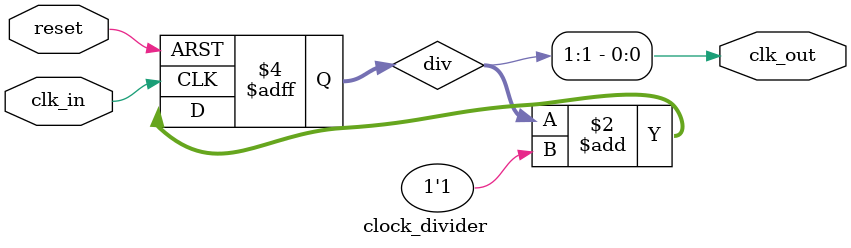
<source format=v>
`timescale 1ns / 1ps

module clock_divider(
  input clk_in,    // 100 MHz
  input reset,
  output clk_out   // 25 MHz
);

  reg [1:0] div = 2'b00;

  always@(posedge clk_in or posedge reset) begin
    if(reset)
      div <=  2'b00;
    else
      div <= div + 1'b1;
  end

  assign clk_out = div[1]; // 100 / 4 = 25 MHz
   
endmodule
</source>
